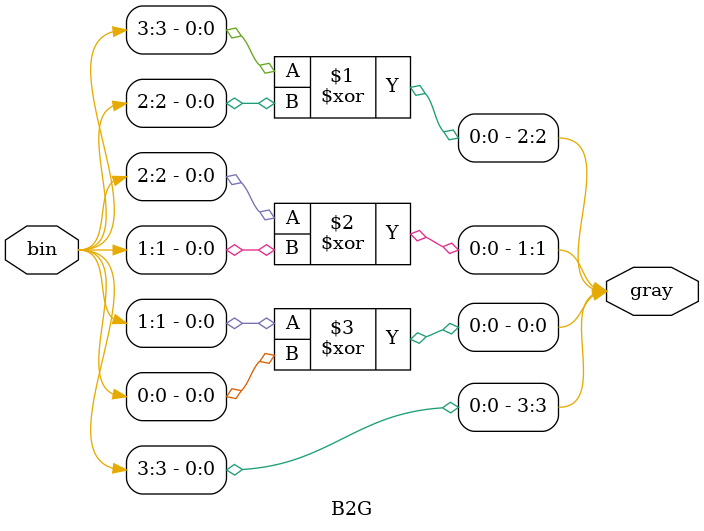
<source format=v>
`timescale 1ns / 1ps
module B2G(input [3:0] bin, output [3:0] gray);
	assign gray[3] = bin[3]; 
	assign gray[2] = bin[3] ^ bin[2]; 
	assign gray[1] = bin[2] ^ bin[1];
	assign gray[0] = bin[1] ^ bin[0]; 
endmodule

</source>
